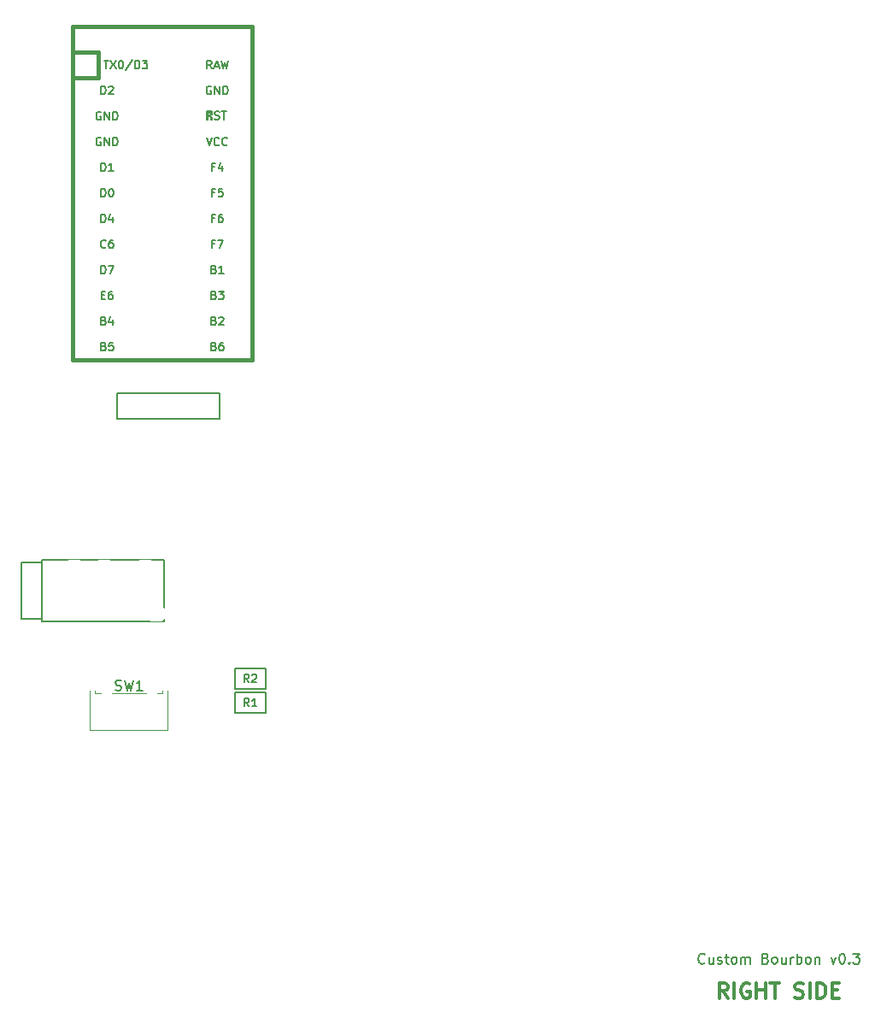
<source format=gto>
G04 #@! TF.GenerationSoftware,KiCad,Pcbnew,5.1.10*
G04 #@! TF.CreationDate,2021-07-11T16:16:24-04:00*
G04 #@! TF.ProjectId,v02_right,7630325f-7269-4676-9874-2e6b69636164,rev?*
G04 #@! TF.SameCoordinates,Original*
G04 #@! TF.FileFunction,Legend,Top*
G04 #@! TF.FilePolarity,Positive*
%FSLAX46Y46*%
G04 Gerber Fmt 4.6, Leading zero omitted, Abs format (unit mm)*
G04 Created by KiCad (PCBNEW 5.1.10) date 2021-07-11 16:16:24*
%MOMM*%
%LPD*%
G01*
G04 APERTURE LIST*
%ADD10C,0.300000*%
%ADD11C,0.150000*%
%ADD12C,0.120000*%
%ADD13C,0.381000*%
%ADD14C,1.200000*%
%ADD15C,2.100000*%
%ADD16C,1.750000*%
%ADD17O,2.000000X1.600000*%
%ADD18C,0.800000*%
%ADD19C,2.200000*%
%ADD20C,3.987800*%
%ADD21C,1.397000*%
%ADD22R,1.752600X1.752600*%
%ADD23C,1.752600*%
G04 APERTURE END LIST*
D10*
X-118577678Y-119741071D02*
X-119077678Y-119026785D01*
X-119434821Y-119741071D02*
X-119434821Y-118241071D01*
X-118863392Y-118241071D01*
X-118720535Y-118312500D01*
X-118649107Y-118383928D01*
X-118577678Y-118526785D01*
X-118577678Y-118741071D01*
X-118649107Y-118883928D01*
X-118720535Y-118955357D01*
X-118863392Y-119026785D01*
X-119434821Y-119026785D01*
X-117934821Y-119741071D02*
X-117934821Y-118241071D01*
X-116434821Y-118312500D02*
X-116577678Y-118241071D01*
X-116791964Y-118241071D01*
X-117006250Y-118312500D01*
X-117149107Y-118455357D01*
X-117220535Y-118598214D01*
X-117291964Y-118883928D01*
X-117291964Y-119098214D01*
X-117220535Y-119383928D01*
X-117149107Y-119526785D01*
X-117006250Y-119669642D01*
X-116791964Y-119741071D01*
X-116649107Y-119741071D01*
X-116434821Y-119669642D01*
X-116363392Y-119598214D01*
X-116363392Y-119098214D01*
X-116649107Y-119098214D01*
X-115720535Y-119741071D02*
X-115720535Y-118241071D01*
X-115720535Y-118955357D02*
X-114863392Y-118955357D01*
X-114863392Y-119741071D02*
X-114863392Y-118241071D01*
X-114363392Y-118241071D02*
X-113506250Y-118241071D01*
X-113934821Y-119741071D02*
X-113934821Y-118241071D01*
X-111934821Y-119669642D02*
X-111720535Y-119741071D01*
X-111363392Y-119741071D01*
X-111220535Y-119669642D01*
X-111149107Y-119598214D01*
X-111077678Y-119455357D01*
X-111077678Y-119312500D01*
X-111149107Y-119169642D01*
X-111220535Y-119098214D01*
X-111363392Y-119026785D01*
X-111649107Y-118955357D01*
X-111791964Y-118883928D01*
X-111863392Y-118812500D01*
X-111934821Y-118669642D01*
X-111934821Y-118526785D01*
X-111863392Y-118383928D01*
X-111791964Y-118312500D01*
X-111649107Y-118241071D01*
X-111291964Y-118241071D01*
X-111077678Y-118312500D01*
X-110434821Y-119741071D02*
X-110434821Y-118241071D01*
X-109720535Y-119741071D02*
X-109720535Y-118241071D01*
X-109363392Y-118241071D01*
X-109149107Y-118312500D01*
X-109006250Y-118455357D01*
X-108934821Y-118598214D01*
X-108863392Y-118883928D01*
X-108863392Y-119098214D01*
X-108934821Y-119383928D01*
X-109006250Y-119526785D01*
X-109149107Y-119669642D01*
X-109363392Y-119741071D01*
X-109720535Y-119741071D01*
X-108220535Y-118955357D02*
X-107720535Y-118955357D01*
X-107506250Y-119741071D02*
X-108220535Y-119741071D01*
X-108220535Y-118241071D01*
X-107506250Y-118241071D01*
D11*
X-120863392Y-116244642D02*
X-120911011Y-116292261D01*
X-121053869Y-116339880D01*
X-121149107Y-116339880D01*
X-121291964Y-116292261D01*
X-121387202Y-116197023D01*
X-121434821Y-116101785D01*
X-121482440Y-115911309D01*
X-121482440Y-115768452D01*
X-121434821Y-115577976D01*
X-121387202Y-115482738D01*
X-121291964Y-115387500D01*
X-121149107Y-115339880D01*
X-121053869Y-115339880D01*
X-120911011Y-115387500D01*
X-120863392Y-115435119D01*
X-120006250Y-115673214D02*
X-120006250Y-116339880D01*
X-120434821Y-115673214D02*
X-120434821Y-116197023D01*
X-120387202Y-116292261D01*
X-120291964Y-116339880D01*
X-120149107Y-116339880D01*
X-120053869Y-116292261D01*
X-120006250Y-116244642D01*
X-119577678Y-116292261D02*
X-119482440Y-116339880D01*
X-119291964Y-116339880D01*
X-119196726Y-116292261D01*
X-119149107Y-116197023D01*
X-119149107Y-116149404D01*
X-119196726Y-116054166D01*
X-119291964Y-116006547D01*
X-119434821Y-116006547D01*
X-119530059Y-115958928D01*
X-119577678Y-115863690D01*
X-119577678Y-115816071D01*
X-119530059Y-115720833D01*
X-119434821Y-115673214D01*
X-119291964Y-115673214D01*
X-119196726Y-115720833D01*
X-118863392Y-115673214D02*
X-118482440Y-115673214D01*
X-118720535Y-115339880D02*
X-118720535Y-116197023D01*
X-118672916Y-116292261D01*
X-118577678Y-116339880D01*
X-118482440Y-116339880D01*
X-118006250Y-116339880D02*
X-118101488Y-116292261D01*
X-118149107Y-116244642D01*
X-118196726Y-116149404D01*
X-118196726Y-115863690D01*
X-118149107Y-115768452D01*
X-118101488Y-115720833D01*
X-118006250Y-115673214D01*
X-117863392Y-115673214D01*
X-117768154Y-115720833D01*
X-117720535Y-115768452D01*
X-117672916Y-115863690D01*
X-117672916Y-116149404D01*
X-117720535Y-116244642D01*
X-117768154Y-116292261D01*
X-117863392Y-116339880D01*
X-118006250Y-116339880D01*
X-117244345Y-116339880D02*
X-117244345Y-115673214D01*
X-117244345Y-115768452D02*
X-117196726Y-115720833D01*
X-117101488Y-115673214D01*
X-116958630Y-115673214D01*
X-116863392Y-115720833D01*
X-116815773Y-115816071D01*
X-116815773Y-116339880D01*
X-116815773Y-115816071D02*
X-116768154Y-115720833D01*
X-116672916Y-115673214D01*
X-116530059Y-115673214D01*
X-116434821Y-115720833D01*
X-116387202Y-115816071D01*
X-116387202Y-116339880D01*
X-114815773Y-115816071D02*
X-114672916Y-115863690D01*
X-114625297Y-115911309D01*
X-114577678Y-116006547D01*
X-114577678Y-116149404D01*
X-114625297Y-116244642D01*
X-114672916Y-116292261D01*
X-114768154Y-116339880D01*
X-115149107Y-116339880D01*
X-115149107Y-115339880D01*
X-114815773Y-115339880D01*
X-114720535Y-115387500D01*
X-114672916Y-115435119D01*
X-114625297Y-115530357D01*
X-114625297Y-115625595D01*
X-114672916Y-115720833D01*
X-114720535Y-115768452D01*
X-114815773Y-115816071D01*
X-115149107Y-115816071D01*
X-114006250Y-116339880D02*
X-114101488Y-116292261D01*
X-114149107Y-116244642D01*
X-114196726Y-116149404D01*
X-114196726Y-115863690D01*
X-114149107Y-115768452D01*
X-114101488Y-115720833D01*
X-114006250Y-115673214D01*
X-113863392Y-115673214D01*
X-113768154Y-115720833D01*
X-113720535Y-115768452D01*
X-113672916Y-115863690D01*
X-113672916Y-116149404D01*
X-113720535Y-116244642D01*
X-113768154Y-116292261D01*
X-113863392Y-116339880D01*
X-114006250Y-116339880D01*
X-112815773Y-115673214D02*
X-112815773Y-116339880D01*
X-113244345Y-115673214D02*
X-113244345Y-116197023D01*
X-113196726Y-116292261D01*
X-113101488Y-116339880D01*
X-112958630Y-116339880D01*
X-112863392Y-116292261D01*
X-112815773Y-116244642D01*
X-112339583Y-116339880D02*
X-112339583Y-115673214D01*
X-112339583Y-115863690D02*
X-112291964Y-115768452D01*
X-112244345Y-115720833D01*
X-112149107Y-115673214D01*
X-112053869Y-115673214D01*
X-111720535Y-116339880D02*
X-111720535Y-115339880D01*
X-111720535Y-115720833D02*
X-111625297Y-115673214D01*
X-111434821Y-115673214D01*
X-111339583Y-115720833D01*
X-111291964Y-115768452D01*
X-111244345Y-115863690D01*
X-111244345Y-116149404D01*
X-111291964Y-116244642D01*
X-111339583Y-116292261D01*
X-111434821Y-116339880D01*
X-111625297Y-116339880D01*
X-111720535Y-116292261D01*
X-110672916Y-116339880D02*
X-110768154Y-116292261D01*
X-110815773Y-116244642D01*
X-110863392Y-116149404D01*
X-110863392Y-115863690D01*
X-110815773Y-115768452D01*
X-110768154Y-115720833D01*
X-110672916Y-115673214D01*
X-110530059Y-115673214D01*
X-110434821Y-115720833D01*
X-110387202Y-115768452D01*
X-110339583Y-115863690D01*
X-110339583Y-116149404D01*
X-110387202Y-116244642D01*
X-110434821Y-116292261D01*
X-110530059Y-116339880D01*
X-110672916Y-116339880D01*
X-109911011Y-115673214D02*
X-109911011Y-116339880D01*
X-109911011Y-115768452D02*
X-109863392Y-115720833D01*
X-109768154Y-115673214D01*
X-109625297Y-115673214D01*
X-109530059Y-115720833D01*
X-109482440Y-115816071D01*
X-109482440Y-116339880D01*
X-108339583Y-115673214D02*
X-108101488Y-116339880D01*
X-107863392Y-115673214D01*
X-107291964Y-115339880D02*
X-107196726Y-115339880D01*
X-107101488Y-115387500D01*
X-107053869Y-115435119D01*
X-107006250Y-115530357D01*
X-106958630Y-115720833D01*
X-106958630Y-115958928D01*
X-107006250Y-116149404D01*
X-107053869Y-116244642D01*
X-107101488Y-116292261D01*
X-107196726Y-116339880D01*
X-107291964Y-116339880D01*
X-107387202Y-116292261D01*
X-107434821Y-116244642D01*
X-107482440Y-116149404D01*
X-107530059Y-115958928D01*
X-107530059Y-115720833D01*
X-107482440Y-115530357D01*
X-107434821Y-115435119D01*
X-107387202Y-115387500D01*
X-107291964Y-115339880D01*
X-106530059Y-116244642D02*
X-106482440Y-116292261D01*
X-106530059Y-116339880D01*
X-106577678Y-116292261D01*
X-106530059Y-116244642D01*
X-106530059Y-116339880D01*
X-106149107Y-115339880D02*
X-105530059Y-115339880D01*
X-105863392Y-115720833D01*
X-105720535Y-115720833D01*
X-105625297Y-115768452D01*
X-105577678Y-115816071D01*
X-105530059Y-115911309D01*
X-105530059Y-116149404D01*
X-105577678Y-116244642D01*
X-105625297Y-116292261D01*
X-105720535Y-116339880D01*
X-106006250Y-116339880D01*
X-106101488Y-116292261D01*
X-106149107Y-116244642D01*
D12*
X-176218750Y-89517500D02*
X-179618750Y-89517500D01*
X-174578750Y-89517500D02*
X-175118750Y-89517500D01*
X-180718750Y-89517500D02*
X-181258750Y-89517500D01*
X-181258750Y-89517500D02*
X-181258750Y-89287500D01*
X-174058750Y-93187500D02*
X-174058750Y-89287500D01*
X-181778750Y-93187500D02*
X-181778750Y-89287500D01*
X-174058750Y-93187500D02*
X-181778750Y-93187500D01*
X-174578750Y-89517500D02*
X-174578750Y-89287500D01*
D11*
X-188531250Y-76575000D02*
X-188531250Y-82175000D01*
X-186531250Y-82175000D02*
X-188531250Y-82175000D01*
X-186531250Y-76575000D02*
X-188531250Y-76575000D01*
X-186531250Y-82425000D02*
X-174431250Y-82425000D01*
X-186531250Y-76325000D02*
X-174431250Y-76325000D01*
X-174431250Y-76325000D02*
X-174431250Y-82425000D01*
X-186531250Y-76325000D02*
X-186531250Y-82425000D01*
X-167394890Y-89107010D02*
X-164392610Y-89107010D01*
X-167394890Y-87105490D02*
X-167394890Y-89107010D01*
X-164392610Y-87105490D02*
X-167394890Y-87105490D01*
X-164392610Y-89107010D02*
X-164392610Y-87105490D01*
X-164392610Y-89486740D02*
X-167394890Y-89486740D01*
X-164392610Y-91488260D02*
X-164392610Y-89486740D01*
X-167394890Y-91488260D02*
X-164392610Y-91488260D01*
X-167394890Y-89486740D02*
X-167394890Y-91488260D01*
X-179070000Y-62388750D02*
X-179070000Y-59848750D01*
X-168910000Y-59848750D02*
X-168910000Y-62388750D01*
X-179070000Y-59848750D02*
X-168910000Y-59848750D01*
X-179070000Y-62388750D02*
X-168910000Y-62388750D01*
D13*
X-180975000Y-26035000D02*
X-183515000Y-26035000D01*
X-183515000Y-23495000D02*
X-183515000Y-26035000D01*
X-165735000Y-23495000D02*
X-183515000Y-23495000D01*
X-165735000Y-26035000D02*
X-165735000Y-23495000D01*
D11*
G36*
X-169693432Y-32514360D02*
G01*
X-169693432Y-32714360D01*
X-169793432Y-32714360D01*
X-169793432Y-32514360D01*
X-169693432Y-32514360D01*
G37*
X-169693432Y-32514360D02*
X-169693432Y-32714360D01*
X-169793432Y-32714360D01*
X-169793432Y-32514360D01*
X-169693432Y-32514360D01*
G36*
X-170093432Y-31914360D02*
G01*
X-170093432Y-32714360D01*
X-170193432Y-32714360D01*
X-170193432Y-31914360D01*
X-170093432Y-31914360D01*
G37*
X-170093432Y-31914360D02*
X-170093432Y-32714360D01*
X-170193432Y-32714360D01*
X-170193432Y-31914360D01*
X-170093432Y-31914360D01*
G36*
X-169693432Y-31914360D02*
G01*
X-169693432Y-32014360D01*
X-170193432Y-32014360D01*
X-170193432Y-31914360D01*
X-169693432Y-31914360D01*
G37*
X-169693432Y-31914360D02*
X-169693432Y-32014360D01*
X-170193432Y-32014360D01*
X-170193432Y-31914360D01*
X-169693432Y-31914360D01*
G36*
X-169893432Y-32314360D02*
G01*
X-169893432Y-32414360D01*
X-169993432Y-32414360D01*
X-169993432Y-32314360D01*
X-169893432Y-32314360D01*
G37*
X-169893432Y-32314360D02*
X-169893432Y-32414360D01*
X-169993432Y-32414360D01*
X-169993432Y-32314360D01*
X-169893432Y-32314360D01*
G36*
X-169693432Y-31914360D02*
G01*
X-169693432Y-32214360D01*
X-169793432Y-32214360D01*
X-169793432Y-31914360D01*
X-169693432Y-31914360D01*
G37*
X-169693432Y-31914360D02*
X-169693432Y-32214360D01*
X-169793432Y-32214360D01*
X-169793432Y-31914360D01*
X-169693432Y-31914360D01*
D13*
X-180975000Y-28575000D02*
X-183515000Y-28575000D01*
X-180975000Y-26035000D02*
X-180975000Y-28575000D01*
X-165735000Y-56515000D02*
X-165735000Y-26035000D01*
X-183515000Y-56515000D02*
X-165735000Y-56515000D01*
X-183515000Y-26035000D02*
X-183515000Y-56515000D01*
D11*
X-179252083Y-89212261D02*
X-179109226Y-89259880D01*
X-178871130Y-89259880D01*
X-178775892Y-89212261D01*
X-178728273Y-89164642D01*
X-178680654Y-89069404D01*
X-178680654Y-88974166D01*
X-178728273Y-88878928D01*
X-178775892Y-88831309D01*
X-178871130Y-88783690D01*
X-179061607Y-88736071D01*
X-179156845Y-88688452D01*
X-179204464Y-88640833D01*
X-179252083Y-88545595D01*
X-179252083Y-88450357D01*
X-179204464Y-88355119D01*
X-179156845Y-88307500D01*
X-179061607Y-88259880D01*
X-178823511Y-88259880D01*
X-178680654Y-88307500D01*
X-178347321Y-88259880D02*
X-178109226Y-89259880D01*
X-177918750Y-88545595D01*
X-177728273Y-89259880D01*
X-177490178Y-88259880D01*
X-176585416Y-89259880D02*
X-177156845Y-89259880D01*
X-176871130Y-89259880D02*
X-176871130Y-88259880D01*
X-176966369Y-88402738D01*
X-177061607Y-88497976D01*
X-177156845Y-88545595D01*
X-166027083Y-88468154D02*
X-166293750Y-88087202D01*
X-166484226Y-88468154D02*
X-166484226Y-87668154D01*
X-166179464Y-87668154D01*
X-166103273Y-87706250D01*
X-166065178Y-87744345D01*
X-166027083Y-87820535D01*
X-166027083Y-87934821D01*
X-166065178Y-88011011D01*
X-166103273Y-88049107D01*
X-166179464Y-88087202D01*
X-166484226Y-88087202D01*
X-165722321Y-87744345D02*
X-165684226Y-87706250D01*
X-165608035Y-87668154D01*
X-165417559Y-87668154D01*
X-165341369Y-87706250D01*
X-165303273Y-87744345D01*
X-165265178Y-87820535D01*
X-165265178Y-87896726D01*
X-165303273Y-88011011D01*
X-165760416Y-88468154D01*
X-165265178Y-88468154D01*
X-166027083Y-90849404D02*
X-166293750Y-90468452D01*
X-166484226Y-90849404D02*
X-166484226Y-90049404D01*
X-166179464Y-90049404D01*
X-166103273Y-90087500D01*
X-166065178Y-90125595D01*
X-166027083Y-90201785D01*
X-166027083Y-90316071D01*
X-166065178Y-90392261D01*
X-166103273Y-90430357D01*
X-166179464Y-90468452D01*
X-166484226Y-90468452D01*
X-165265178Y-90849404D02*
X-165722321Y-90849404D01*
X-165493750Y-90849404D02*
X-165493750Y-90049404D01*
X-165569940Y-90163690D01*
X-165646130Y-90239880D01*
X-165722321Y-90277976D01*
X-169487809Y-52647857D02*
X-169373523Y-52685952D01*
X-169335428Y-52724047D01*
X-169297333Y-52800238D01*
X-169297333Y-52914523D01*
X-169335428Y-52990714D01*
X-169373523Y-53028809D01*
X-169449714Y-53066904D01*
X-169754476Y-53066904D01*
X-169754476Y-52266904D01*
X-169487809Y-52266904D01*
X-169411619Y-52305000D01*
X-169373523Y-52343095D01*
X-169335428Y-52419285D01*
X-169335428Y-52495476D01*
X-169373523Y-52571666D01*
X-169411619Y-52609761D01*
X-169487809Y-52647857D01*
X-169754476Y-52647857D01*
X-168992571Y-52343095D02*
X-168954476Y-52305000D01*
X-168878285Y-52266904D01*
X-168687809Y-52266904D01*
X-168611619Y-52305000D01*
X-168573523Y-52343095D01*
X-168535428Y-52419285D01*
X-168535428Y-52495476D01*
X-168573523Y-52609761D01*
X-169030666Y-53066904D01*
X-168535428Y-53066904D01*
X-169430666Y-45027857D02*
X-169697333Y-45027857D01*
X-169697333Y-45446904D02*
X-169697333Y-44646904D01*
X-169316380Y-44646904D01*
X-169087809Y-44646904D02*
X-168554476Y-44646904D01*
X-168897333Y-45446904D01*
X-169430666Y-42487857D02*
X-169697333Y-42487857D01*
X-169697333Y-42906904D02*
X-169697333Y-42106904D01*
X-169316380Y-42106904D01*
X-168668761Y-42106904D02*
X-168821142Y-42106904D01*
X-168897333Y-42145000D01*
X-168935428Y-42183095D01*
X-169011619Y-42297380D01*
X-169049714Y-42449761D01*
X-169049714Y-42754523D01*
X-169011619Y-42830714D01*
X-168973523Y-42868809D01*
X-168897333Y-42906904D01*
X-168744952Y-42906904D01*
X-168668761Y-42868809D01*
X-168630666Y-42830714D01*
X-168592571Y-42754523D01*
X-168592571Y-42564047D01*
X-168630666Y-42487857D01*
X-168668761Y-42449761D01*
X-168744952Y-42411666D01*
X-168897333Y-42411666D01*
X-168973523Y-42449761D01*
X-169011619Y-42487857D01*
X-169049714Y-42564047D01*
X-169430666Y-39947857D02*
X-169697333Y-39947857D01*
X-169697333Y-40366904D02*
X-169697333Y-39566904D01*
X-169316380Y-39566904D01*
X-168630666Y-39566904D02*
X-169011619Y-39566904D01*
X-169049714Y-39947857D01*
X-169011619Y-39909761D01*
X-168935428Y-39871666D01*
X-168744952Y-39871666D01*
X-168668761Y-39909761D01*
X-168630666Y-39947857D01*
X-168592571Y-40024047D01*
X-168592571Y-40214523D01*
X-168630666Y-40290714D01*
X-168668761Y-40328809D01*
X-168744952Y-40366904D01*
X-168935428Y-40366904D01*
X-169011619Y-40328809D01*
X-169049714Y-40290714D01*
X-169716380Y-27666904D02*
X-169983047Y-27285952D01*
X-170173523Y-27666904D02*
X-170173523Y-26866904D01*
X-169868761Y-26866904D01*
X-169792571Y-26905000D01*
X-169754476Y-26943095D01*
X-169716380Y-27019285D01*
X-169716380Y-27133571D01*
X-169754476Y-27209761D01*
X-169792571Y-27247857D01*
X-169868761Y-27285952D01*
X-170173523Y-27285952D01*
X-169411619Y-27438333D02*
X-169030666Y-27438333D01*
X-169487809Y-27666904D02*
X-169221142Y-26866904D01*
X-168954476Y-27666904D01*
X-168764000Y-26866904D02*
X-168573523Y-27666904D01*
X-168421142Y-27095476D01*
X-168268761Y-27666904D01*
X-168078285Y-26866904D01*
X-169773523Y-29445000D02*
X-169849714Y-29406904D01*
X-169964000Y-29406904D01*
X-170078285Y-29445000D01*
X-170154476Y-29521190D01*
X-170192571Y-29597380D01*
X-170230666Y-29749761D01*
X-170230666Y-29864047D01*
X-170192571Y-30016428D01*
X-170154476Y-30092619D01*
X-170078285Y-30168809D01*
X-169964000Y-30206904D01*
X-169887809Y-30206904D01*
X-169773523Y-30168809D01*
X-169735428Y-30130714D01*
X-169735428Y-29864047D01*
X-169887809Y-29864047D01*
X-169392571Y-30206904D02*
X-169392571Y-29406904D01*
X-168935428Y-30206904D01*
X-168935428Y-29406904D01*
X-168554476Y-30206904D02*
X-168554476Y-29406904D01*
X-168364000Y-29406904D01*
X-168249714Y-29445000D01*
X-168173523Y-29521190D01*
X-168135428Y-29597380D01*
X-168097333Y-29749761D01*
X-168097333Y-29864047D01*
X-168135428Y-30016428D01*
X-168173523Y-30092619D01*
X-168249714Y-30168809D01*
X-168364000Y-30206904D01*
X-168554476Y-30206904D01*
X-169425213Y-32678809D02*
X-169310927Y-32716904D01*
X-169120451Y-32716904D01*
X-169044260Y-32678809D01*
X-169006165Y-32640714D01*
X-168968070Y-32564523D01*
X-168968070Y-32488333D01*
X-169006165Y-32412142D01*
X-169044260Y-32374047D01*
X-169120451Y-32335952D01*
X-169272832Y-32297857D01*
X-169349022Y-32259761D01*
X-169387118Y-32221666D01*
X-169425213Y-32145476D01*
X-169425213Y-32069285D01*
X-169387118Y-31993095D01*
X-169349022Y-31955000D01*
X-169272832Y-31916904D01*
X-169082356Y-31916904D01*
X-168968070Y-31955000D01*
X-168739499Y-31916904D02*
X-168282356Y-31916904D01*
X-168510927Y-32716904D02*
X-168510927Y-31916904D01*
X-170230666Y-34486904D02*
X-169964000Y-35286904D01*
X-169697333Y-34486904D01*
X-168973523Y-35210714D02*
X-169011619Y-35248809D01*
X-169125904Y-35286904D01*
X-169202095Y-35286904D01*
X-169316380Y-35248809D01*
X-169392571Y-35172619D01*
X-169430666Y-35096428D01*
X-169468761Y-34944047D01*
X-169468761Y-34829761D01*
X-169430666Y-34677380D01*
X-169392571Y-34601190D01*
X-169316380Y-34525000D01*
X-169202095Y-34486904D01*
X-169125904Y-34486904D01*
X-169011619Y-34525000D01*
X-168973523Y-34563095D01*
X-168173523Y-35210714D02*
X-168211619Y-35248809D01*
X-168325904Y-35286904D01*
X-168402095Y-35286904D01*
X-168516380Y-35248809D01*
X-168592571Y-35172619D01*
X-168630666Y-35096428D01*
X-168668761Y-34944047D01*
X-168668761Y-34829761D01*
X-168630666Y-34677380D01*
X-168592571Y-34601190D01*
X-168516380Y-34525000D01*
X-168402095Y-34486904D01*
X-168325904Y-34486904D01*
X-168211619Y-34525000D01*
X-168173523Y-34563095D01*
X-169430666Y-37407857D02*
X-169697333Y-37407857D01*
X-169697333Y-37826904D02*
X-169697333Y-37026904D01*
X-169316380Y-37026904D01*
X-168668761Y-37293571D02*
X-168668761Y-37826904D01*
X-168859238Y-36988809D02*
X-169049714Y-37560238D01*
X-168554476Y-37560238D01*
X-169487809Y-47567857D02*
X-169373523Y-47605952D01*
X-169335428Y-47644047D01*
X-169297333Y-47720238D01*
X-169297333Y-47834523D01*
X-169335428Y-47910714D01*
X-169373523Y-47948809D01*
X-169449714Y-47986904D01*
X-169754476Y-47986904D01*
X-169754476Y-47186904D01*
X-169487809Y-47186904D01*
X-169411619Y-47225000D01*
X-169373523Y-47263095D01*
X-169335428Y-47339285D01*
X-169335428Y-47415476D01*
X-169373523Y-47491666D01*
X-169411619Y-47529761D01*
X-169487809Y-47567857D01*
X-169754476Y-47567857D01*
X-168535428Y-47986904D02*
X-168992571Y-47986904D01*
X-168764000Y-47986904D02*
X-168764000Y-47186904D01*
X-168840190Y-47301190D01*
X-168916380Y-47377380D01*
X-168992571Y-47415476D01*
X-169487809Y-50107857D02*
X-169373523Y-50145952D01*
X-169335428Y-50184047D01*
X-169297333Y-50260238D01*
X-169297333Y-50374523D01*
X-169335428Y-50450714D01*
X-169373523Y-50488809D01*
X-169449714Y-50526904D01*
X-169754476Y-50526904D01*
X-169754476Y-49726904D01*
X-169487809Y-49726904D01*
X-169411619Y-49765000D01*
X-169373523Y-49803095D01*
X-169335428Y-49879285D01*
X-169335428Y-49955476D01*
X-169373523Y-50031666D01*
X-169411619Y-50069761D01*
X-169487809Y-50107857D01*
X-169754476Y-50107857D01*
X-169030666Y-49726904D02*
X-168535428Y-49726904D01*
X-168802095Y-50031666D01*
X-168687809Y-50031666D01*
X-168611619Y-50069761D01*
X-168573523Y-50107857D01*
X-168535428Y-50184047D01*
X-168535428Y-50374523D01*
X-168573523Y-50450714D01*
X-168611619Y-50488809D01*
X-168687809Y-50526904D01*
X-168916380Y-50526904D01*
X-168992571Y-50488809D01*
X-169030666Y-50450714D01*
X-169487809Y-55187857D02*
X-169373523Y-55225952D01*
X-169335428Y-55264047D01*
X-169297333Y-55340238D01*
X-169297333Y-55454523D01*
X-169335428Y-55530714D01*
X-169373523Y-55568809D01*
X-169449714Y-55606904D01*
X-169754476Y-55606904D01*
X-169754476Y-54806904D01*
X-169487809Y-54806904D01*
X-169411619Y-54845000D01*
X-169373523Y-54883095D01*
X-169335428Y-54959285D01*
X-169335428Y-55035476D01*
X-169373523Y-55111666D01*
X-169411619Y-55149761D01*
X-169487809Y-55187857D01*
X-169754476Y-55187857D01*
X-168611619Y-54806904D02*
X-168764000Y-54806904D01*
X-168840190Y-54845000D01*
X-168878285Y-54883095D01*
X-168954476Y-54997380D01*
X-168992571Y-55149761D01*
X-168992571Y-55454523D01*
X-168954476Y-55530714D01*
X-168916380Y-55568809D01*
X-168840190Y-55606904D01*
X-168687809Y-55606904D01*
X-168611619Y-55568809D01*
X-168573523Y-55530714D01*
X-168535428Y-55454523D01*
X-168535428Y-55264047D01*
X-168573523Y-55187857D01*
X-168611619Y-55149761D01*
X-168687809Y-55111666D01*
X-168840190Y-55111666D01*
X-168916380Y-55149761D01*
X-168954476Y-55187857D01*
X-168992571Y-55264047D01*
X-180409809Y-55187857D02*
X-180295523Y-55225952D01*
X-180257428Y-55264047D01*
X-180219333Y-55340238D01*
X-180219333Y-55454523D01*
X-180257428Y-55530714D01*
X-180295523Y-55568809D01*
X-180371714Y-55606904D01*
X-180676476Y-55606904D01*
X-180676476Y-54806904D01*
X-180409809Y-54806904D01*
X-180333619Y-54845000D01*
X-180295523Y-54883095D01*
X-180257428Y-54959285D01*
X-180257428Y-55035476D01*
X-180295523Y-55111666D01*
X-180333619Y-55149761D01*
X-180409809Y-55187857D01*
X-180676476Y-55187857D01*
X-179495523Y-54806904D02*
X-179876476Y-54806904D01*
X-179914571Y-55187857D01*
X-179876476Y-55149761D01*
X-179800285Y-55111666D01*
X-179609809Y-55111666D01*
X-179533619Y-55149761D01*
X-179495523Y-55187857D01*
X-179457428Y-55264047D01*
X-179457428Y-55454523D01*
X-179495523Y-55530714D01*
X-179533619Y-55568809D01*
X-179609809Y-55606904D01*
X-179800285Y-55606904D01*
X-179876476Y-55568809D01*
X-179914571Y-55530714D01*
X-180409809Y-52647857D02*
X-180295523Y-52685952D01*
X-180257428Y-52724047D01*
X-180219333Y-52800238D01*
X-180219333Y-52914523D01*
X-180257428Y-52990714D01*
X-180295523Y-53028809D01*
X-180371714Y-53066904D01*
X-180676476Y-53066904D01*
X-180676476Y-52266904D01*
X-180409809Y-52266904D01*
X-180333619Y-52305000D01*
X-180295523Y-52343095D01*
X-180257428Y-52419285D01*
X-180257428Y-52495476D01*
X-180295523Y-52571666D01*
X-180333619Y-52609761D01*
X-180409809Y-52647857D01*
X-180676476Y-52647857D01*
X-179533619Y-52533571D02*
X-179533619Y-53066904D01*
X-179724095Y-52228809D02*
X-179914571Y-52800238D01*
X-179419333Y-52800238D01*
X-180638380Y-50107857D02*
X-180371714Y-50107857D01*
X-180257428Y-50526904D02*
X-180638380Y-50526904D01*
X-180638380Y-49726904D01*
X-180257428Y-49726904D01*
X-179571714Y-49726904D02*
X-179724095Y-49726904D01*
X-179800285Y-49765000D01*
X-179838380Y-49803095D01*
X-179914571Y-49917380D01*
X-179952666Y-50069761D01*
X-179952666Y-50374523D01*
X-179914571Y-50450714D01*
X-179876476Y-50488809D01*
X-179800285Y-50526904D01*
X-179647904Y-50526904D01*
X-179571714Y-50488809D01*
X-179533619Y-50450714D01*
X-179495523Y-50374523D01*
X-179495523Y-50184047D01*
X-179533619Y-50107857D01*
X-179571714Y-50069761D01*
X-179647904Y-50031666D01*
X-179800285Y-50031666D01*
X-179876476Y-50069761D01*
X-179914571Y-50107857D01*
X-179952666Y-50184047D01*
X-180676476Y-47986904D02*
X-180676476Y-47186904D01*
X-180486000Y-47186904D01*
X-180371714Y-47225000D01*
X-180295523Y-47301190D01*
X-180257428Y-47377380D01*
X-180219333Y-47529761D01*
X-180219333Y-47644047D01*
X-180257428Y-47796428D01*
X-180295523Y-47872619D01*
X-180371714Y-47948809D01*
X-180486000Y-47986904D01*
X-180676476Y-47986904D01*
X-179952666Y-47186904D02*
X-179419333Y-47186904D01*
X-179762190Y-47986904D01*
X-180219333Y-45370714D02*
X-180257428Y-45408809D01*
X-180371714Y-45446904D01*
X-180447904Y-45446904D01*
X-180562190Y-45408809D01*
X-180638380Y-45332619D01*
X-180676476Y-45256428D01*
X-180714571Y-45104047D01*
X-180714571Y-44989761D01*
X-180676476Y-44837380D01*
X-180638380Y-44761190D01*
X-180562190Y-44685000D01*
X-180447904Y-44646904D01*
X-180371714Y-44646904D01*
X-180257428Y-44685000D01*
X-180219333Y-44723095D01*
X-179533619Y-44646904D02*
X-179686000Y-44646904D01*
X-179762190Y-44685000D01*
X-179800285Y-44723095D01*
X-179876476Y-44837380D01*
X-179914571Y-44989761D01*
X-179914571Y-45294523D01*
X-179876476Y-45370714D01*
X-179838380Y-45408809D01*
X-179762190Y-45446904D01*
X-179609809Y-45446904D01*
X-179533619Y-45408809D01*
X-179495523Y-45370714D01*
X-179457428Y-45294523D01*
X-179457428Y-45104047D01*
X-179495523Y-45027857D01*
X-179533619Y-44989761D01*
X-179609809Y-44951666D01*
X-179762190Y-44951666D01*
X-179838380Y-44989761D01*
X-179876476Y-45027857D01*
X-179914571Y-45104047D01*
X-180676476Y-42906904D02*
X-180676476Y-42106904D01*
X-180486000Y-42106904D01*
X-180371714Y-42145000D01*
X-180295523Y-42221190D01*
X-180257428Y-42297380D01*
X-180219333Y-42449761D01*
X-180219333Y-42564047D01*
X-180257428Y-42716428D01*
X-180295523Y-42792619D01*
X-180371714Y-42868809D01*
X-180486000Y-42906904D01*
X-180676476Y-42906904D01*
X-179533619Y-42373571D02*
X-179533619Y-42906904D01*
X-179724095Y-42068809D02*
X-179914571Y-42640238D01*
X-179419333Y-42640238D01*
X-180695523Y-31985000D02*
X-180771714Y-31946904D01*
X-180886000Y-31946904D01*
X-181000285Y-31985000D01*
X-181076476Y-32061190D01*
X-181114571Y-32137380D01*
X-181152666Y-32289761D01*
X-181152666Y-32404047D01*
X-181114571Y-32556428D01*
X-181076476Y-32632619D01*
X-181000285Y-32708809D01*
X-180886000Y-32746904D01*
X-180809809Y-32746904D01*
X-180695523Y-32708809D01*
X-180657428Y-32670714D01*
X-180657428Y-32404047D01*
X-180809809Y-32404047D01*
X-180314571Y-32746904D02*
X-180314571Y-31946904D01*
X-179857428Y-32746904D01*
X-179857428Y-31946904D01*
X-179476476Y-32746904D02*
X-179476476Y-31946904D01*
X-179286000Y-31946904D01*
X-179171714Y-31985000D01*
X-179095523Y-32061190D01*
X-179057428Y-32137380D01*
X-179019333Y-32289761D01*
X-179019333Y-32404047D01*
X-179057428Y-32556428D01*
X-179095523Y-32632619D01*
X-179171714Y-32708809D01*
X-179286000Y-32746904D01*
X-179476476Y-32746904D01*
X-180695523Y-34525000D02*
X-180771714Y-34486904D01*
X-180886000Y-34486904D01*
X-181000285Y-34525000D01*
X-181076476Y-34601190D01*
X-181114571Y-34677380D01*
X-181152666Y-34829761D01*
X-181152666Y-34944047D01*
X-181114571Y-35096428D01*
X-181076476Y-35172619D01*
X-181000285Y-35248809D01*
X-180886000Y-35286904D01*
X-180809809Y-35286904D01*
X-180695523Y-35248809D01*
X-180657428Y-35210714D01*
X-180657428Y-34944047D01*
X-180809809Y-34944047D01*
X-180314571Y-35286904D02*
X-180314571Y-34486904D01*
X-179857428Y-35286904D01*
X-179857428Y-34486904D01*
X-179476476Y-35286904D02*
X-179476476Y-34486904D01*
X-179286000Y-34486904D01*
X-179171714Y-34525000D01*
X-179095523Y-34601190D01*
X-179057428Y-34677380D01*
X-179019333Y-34829761D01*
X-179019333Y-34944047D01*
X-179057428Y-35096428D01*
X-179095523Y-35172619D01*
X-179171714Y-35248809D01*
X-179286000Y-35286904D01*
X-179476476Y-35286904D01*
X-180676476Y-37826904D02*
X-180676476Y-37026904D01*
X-180486000Y-37026904D01*
X-180371714Y-37065000D01*
X-180295523Y-37141190D01*
X-180257428Y-37217380D01*
X-180219333Y-37369761D01*
X-180219333Y-37484047D01*
X-180257428Y-37636428D01*
X-180295523Y-37712619D01*
X-180371714Y-37788809D01*
X-180486000Y-37826904D01*
X-180676476Y-37826904D01*
X-179457428Y-37826904D02*
X-179914571Y-37826904D01*
X-179686000Y-37826904D02*
X-179686000Y-37026904D01*
X-179762190Y-37141190D01*
X-179838380Y-37217380D01*
X-179914571Y-37255476D01*
X-180676476Y-40366904D02*
X-180676476Y-39566904D01*
X-180486000Y-39566904D01*
X-180371714Y-39605000D01*
X-180295523Y-39681190D01*
X-180257428Y-39757380D01*
X-180219333Y-39909761D01*
X-180219333Y-40024047D01*
X-180257428Y-40176428D01*
X-180295523Y-40252619D01*
X-180371714Y-40328809D01*
X-180486000Y-40366904D01*
X-180676476Y-40366904D01*
X-179724095Y-39566904D02*
X-179647904Y-39566904D01*
X-179571714Y-39605000D01*
X-179533619Y-39643095D01*
X-179495523Y-39719285D01*
X-179457428Y-39871666D01*
X-179457428Y-40062142D01*
X-179495523Y-40214523D01*
X-179533619Y-40290714D01*
X-179571714Y-40328809D01*
X-179647904Y-40366904D01*
X-179724095Y-40366904D01*
X-179800285Y-40328809D01*
X-179838380Y-40290714D01*
X-179876476Y-40214523D01*
X-179914571Y-40062142D01*
X-179914571Y-39871666D01*
X-179876476Y-39719285D01*
X-179838380Y-39643095D01*
X-179800285Y-39605000D01*
X-179724095Y-39566904D01*
X-180676476Y-30206904D02*
X-180676476Y-29406904D01*
X-180486000Y-29406904D01*
X-180371714Y-29445000D01*
X-180295523Y-29521190D01*
X-180257428Y-29597380D01*
X-180219333Y-29749761D01*
X-180219333Y-29864047D01*
X-180257428Y-30016428D01*
X-180295523Y-30092619D01*
X-180371714Y-30168809D01*
X-180486000Y-30206904D01*
X-180676476Y-30206904D01*
X-179914571Y-29483095D02*
X-179876476Y-29445000D01*
X-179800285Y-29406904D01*
X-179609809Y-29406904D01*
X-179533619Y-29445000D01*
X-179495523Y-29483095D01*
X-179457428Y-29559285D01*
X-179457428Y-29635476D01*
X-179495523Y-29749761D01*
X-179952666Y-30206904D01*
X-179457428Y-30206904D01*
X-180387348Y-26866904D02*
X-179930205Y-26866904D01*
X-180158776Y-27666904D02*
X-180158776Y-26866904D01*
X-179739729Y-26866904D02*
X-179206395Y-27666904D01*
X-179206395Y-26866904D02*
X-179739729Y-27666904D01*
X-178749252Y-26866904D02*
X-178673062Y-26866904D01*
X-178596872Y-26905000D01*
X-178558776Y-26943095D01*
X-178520681Y-27019285D01*
X-178482586Y-27171666D01*
X-178482586Y-27362142D01*
X-178520681Y-27514523D01*
X-178558776Y-27590714D01*
X-178596872Y-27628809D01*
X-178673062Y-27666904D01*
X-178749252Y-27666904D01*
X-178825443Y-27628809D01*
X-178863538Y-27590714D01*
X-178901633Y-27514523D01*
X-178939729Y-27362142D01*
X-178939729Y-27171666D01*
X-178901633Y-27019285D01*
X-178863538Y-26943095D01*
X-178825443Y-26905000D01*
X-178749252Y-26866904D01*
X-177568300Y-26828809D02*
X-178254014Y-27857380D01*
X-177301633Y-27666904D02*
X-177301633Y-26866904D01*
X-177111157Y-26866904D01*
X-176996872Y-26905000D01*
X-176920681Y-26981190D01*
X-176882586Y-27057380D01*
X-176844491Y-27209761D01*
X-176844491Y-27324047D01*
X-176882586Y-27476428D01*
X-176920681Y-27552619D01*
X-176996872Y-27628809D01*
X-177111157Y-27666904D01*
X-177301633Y-27666904D01*
X-176577824Y-26866904D02*
X-176082586Y-26866904D01*
X-176349252Y-27171666D01*
X-176234967Y-27171666D01*
X-176158776Y-27209761D01*
X-176120681Y-27247857D01*
X-176082586Y-27324047D01*
X-176082586Y-27514523D01*
X-176120681Y-27590714D01*
X-176158776Y-27628809D01*
X-176234967Y-27666904D01*
X-176463538Y-27666904D01*
X-176539729Y-27628809D01*
X-176577824Y-27590714D01*
%LPC*%
D14*
X-177918750Y-91697500D03*
D15*
X-174418750Y-87997500D03*
D16*
X-175418750Y-90487500D03*
X-180418750Y-90487500D03*
D15*
X-181428750Y-87997500D03*
D17*
X-180331250Y-77075000D03*
D18*
X-184931250Y-79375000D03*
X-177931250Y-79375000D03*
D17*
X-183331250Y-77075000D03*
X-176331250Y-77075000D03*
X-175231250Y-81675000D03*
D19*
X-159800000Y-69850000D03*
X-181750000Y-69850000D03*
D20*
X-104030000Y-78277500D03*
D16*
X-109110000Y-78277500D03*
X-98950000Y-78277500D03*
D20*
X-103975000Y-135731250D03*
D16*
X-109055000Y-135731250D03*
X-98895000Y-135731250D03*
D20*
X-84925000Y-116681250D03*
D16*
X-90005000Y-116681250D03*
X-79845000Y-116681250D03*
D20*
X-65875000Y-135731250D03*
D16*
X-70955000Y-135731250D03*
X-60795000Y-135731250D03*
D20*
X-65843750Y-100658000D03*
D16*
X-70923750Y-100658000D03*
X-60763750Y-100658000D03*
D20*
X-65843750Y-81608000D03*
D16*
X-70923750Y-81608000D03*
X-60763750Y-81608000D03*
D20*
X-65843750Y-43508000D03*
D16*
X-70923750Y-43508000D03*
X-60763750Y-43508000D03*
D20*
X-27781250Y-116681250D03*
D16*
X-32861250Y-116681250D03*
X-22701250Y-116681250D03*
D20*
X-30162500Y-135731250D03*
D16*
X-35242500Y-135731250D03*
X-25082500Y-135731250D03*
D20*
X-142180000Y-67531000D03*
D16*
X-142180000Y-72611000D03*
X-142180000Y-62451000D03*
D20*
X-123130000Y-62756000D03*
D16*
X-128210000Y-62756000D03*
X-118050000Y-62756000D03*
D20*
X-65843750Y-62558000D03*
D16*
X-70923750Y-62558000D03*
X-60763750Y-62558000D03*
D20*
X-123130000Y-43706000D03*
D16*
X-128210000Y-43706000D03*
X-118050000Y-43706000D03*
D21*
X-168433750Y-88106250D03*
X-163353750Y-88106250D03*
X-163353750Y-90487500D03*
X-168433750Y-90487500D03*
X-170180000Y-61118750D03*
X-172720000Y-61118750D03*
X-175260000Y-61118750D03*
X-177800000Y-61118750D03*
D22*
X-182245000Y-27305000D03*
D23*
X-182245000Y-29845000D03*
X-182245000Y-32385000D03*
X-182245000Y-34925000D03*
X-182245000Y-37465000D03*
X-182245000Y-40005000D03*
X-182245000Y-42545000D03*
X-182245000Y-45085000D03*
X-182245000Y-47625000D03*
X-182245000Y-50165000D03*
X-182245000Y-52705000D03*
X-167005000Y-55245000D03*
X-167005000Y-52705000D03*
X-167005000Y-50165000D03*
X-167005000Y-47625000D03*
X-167005000Y-45085000D03*
X-167005000Y-42545000D03*
X-167005000Y-40005000D03*
X-167005000Y-37465000D03*
X-167005000Y-34925000D03*
X-167005000Y-32385000D03*
X-167005000Y-29845000D03*
X-182245000Y-55245000D03*
X-167005000Y-27305000D03*
D20*
X-141612500Y-136000000D03*
D16*
X-146011909Y-138540000D03*
X-137213091Y-133460000D03*
D20*
X-84861500Y-135743250D03*
D16*
X-89941500Y-135743250D03*
X-79781500Y-135743250D03*
D20*
X-151137500Y-119331250D03*
D16*
X-155536909Y-121871250D03*
X-146738091Y-116791250D03*
D20*
X-123130000Y-100856000D03*
D16*
X-128210000Y-100856000D03*
X-118050000Y-100856000D03*
D20*
X-104030000Y-97327500D03*
D16*
X-109110000Y-97327500D03*
X-98950000Y-97327500D03*
D20*
X-84880000Y-94070750D03*
D16*
X-89960000Y-94070750D03*
X-79800000Y-94070750D03*
D20*
X-46831250Y-116681250D03*
D16*
X-51911250Y-116681250D03*
X-41751250Y-116681250D03*
D20*
X-123130000Y-81806000D03*
D16*
X-128210000Y-81806000D03*
X-118050000Y-81806000D03*
D20*
X-84880000Y-75020750D03*
D16*
X-89960000Y-75020750D03*
X-79800000Y-75020750D03*
D20*
X-46831250Y-97631250D03*
D16*
X-51911250Y-97631250D03*
X-41751250Y-97631250D03*
D20*
X-27781250Y-97631250D03*
D16*
X-32861250Y-97631250D03*
X-22701250Y-97631250D03*
D20*
X-104030000Y-59227500D03*
D16*
X-109110000Y-59227500D03*
X-98950000Y-59227500D03*
D20*
X-84880000Y-55970750D03*
D16*
X-89960000Y-55970750D03*
X-79800000Y-55970750D03*
D20*
X-46831250Y-78581250D03*
D16*
X-51911250Y-78581250D03*
X-41751250Y-78581250D03*
D20*
X-27781250Y-78581250D03*
D16*
X-32861250Y-78581250D03*
X-22701250Y-78581250D03*
D20*
X-142180000Y-43718500D03*
D16*
X-147260000Y-43718500D03*
X-137100000Y-43718500D03*
D20*
X-104030000Y-40177500D03*
D16*
X-109110000Y-40177500D03*
X-98950000Y-40177500D03*
D20*
X-84880000Y-36920750D03*
D16*
X-89960000Y-36920750D03*
X-79800000Y-36920750D03*
D20*
X-46831250Y-59531250D03*
D16*
X-51911250Y-59531250D03*
X-41751250Y-59531250D03*
D20*
X-27781250Y-59531250D03*
D16*
X-32861250Y-59531250D03*
X-22701250Y-59531250D03*
M02*

</source>
